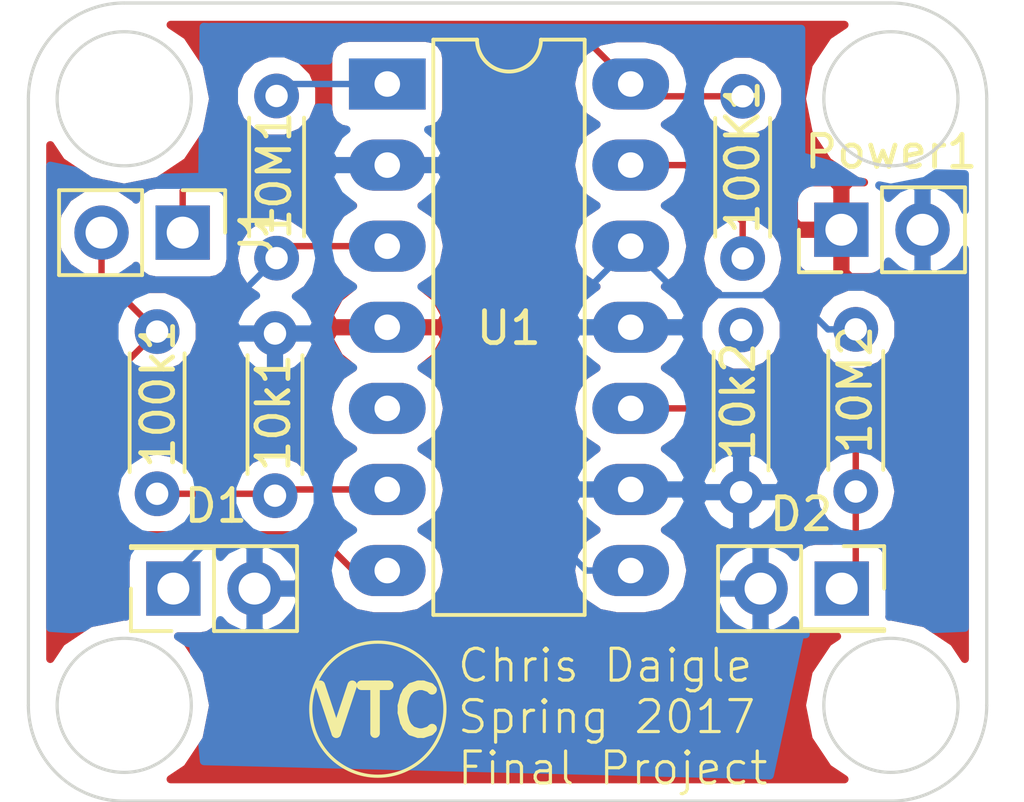
<source format=kicad_pcb>
(kicad_pcb (version 4) (host pcbnew 4.0.6)

  (general
    (links 24)
    (no_connects 2)
    (area 0 0 0 0)
    (thickness 1.6)
    (drawings 27)
    (tracks 44)
    (zones 0)
    (modules 11)
    (nets 11)
  )

  (page A4)
  (layers
    (0 F.Cu signal)
    (31 B.Cu signal)
    (32 B.Adhes user)
    (33 F.Adhes user)
    (34 B.Paste user)
    (35 F.Paste user)
    (36 B.SilkS user)
    (37 F.SilkS user)
    (38 B.Mask user)
    (39 F.Mask user)
    (40 Dwgs.User user)
    (41 Cmts.User user)
    (42 Eco1.User user)
    (43 Eco2.User user)
    (44 Edge.Cuts user)
    (45 Margin user)
    (46 B.CrtYd user)
    (47 F.CrtYd user)
    (48 B.Fab user)
    (49 F.Fab user)
  )

  (setup
    (last_trace_width 0.2)
    (trace_clearance 0.006)
    (zone_clearance 0.508)
    (zone_45_only no)
    (trace_min 0.2)
    (segment_width 0.2)
    (edge_width 0.15)
    (via_size 0.027)
    (via_drill 0.013)
    (via_min_size 0.027)
    (via_min_drill 0.013)
    (uvia_size 0.03)
    (uvia_drill 0.02)
    (uvias_allowed no)
    (uvia_min_size 0.03)
    (uvia_min_drill 0.02)
    (pcb_text_width 0.3)
    (pcb_text_size 1.5 1.5)
    (mod_edge_width 0.15)
    (mod_text_size 1 1)
    (mod_text_width 0.15)
    (pad_size 1.524 1.524)
    (pad_drill 0.762)
    (pad_to_mask_clearance 0.2)
    (aux_axis_origin 0 0)
    (visible_elements FFFEFF7F)
    (pcbplotparams
      (layerselection 0x00030_80000001)
      (usegerberextensions false)
      (excludeedgelayer true)
      (linewidth 0.100000)
      (plotframeref false)
      (viasonmask false)
      (mode 1)
      (useauxorigin false)
      (hpglpennumber 1)
      (hpglpenspeed 20)
      (hpglpendiameter 15)
      (hpglpenoverlay 2)
      (psnegative false)
      (psa4output false)
      (plotreference true)
      (plotvalue true)
      (plotinvisibletext false)
      (padsonsilk false)
      (subtractmaskfromsilk false)
      (outputformat 1)
      (mirror false)
      (drillshape 1)
      (scaleselection 1)
      (outputdirectory ""))
  )

  (net 0 "")
  (net 1 "Net-(100k1-Pad2)")
  (net 2 GND)
  (net 3 "Net-(100K1-Pad2)")
  (net 4 "Net-(10M1-Pad1)")
  (net 5 "Net-(10M1-Pad2)")
  (net 6 "Net-(10M2-Pad1)")
  (net 7 "Net-(10M2-Pad2)")
  (net 8 "Net-(100k1-Pad1)")
  (net 9 "Net-(100K1-Pad1)")
  (net 10 +5V)

  (net_class Default "This is the default net class."
    (clearance 0.006)
    (trace_width 0.2)
    (via_dia 0.027)
    (via_drill 0.013)
    (uvia_dia 0.03)
    (uvia_drill 0.02)
    (add_net +5V)
    (add_net GND)
    (add_net "Net-(100K1-Pad1)")
    (add_net "Net-(100K1-Pad2)")
    (add_net "Net-(100k1-Pad1)")
    (add_net "Net-(100k1-Pad2)")
    (add_net "Net-(10M1-Pad1)")
    (add_net "Net-(10M1-Pad2)")
    (add_net "Net-(10M2-Pad1)")
    (add_net "Net-(10M2-Pad2)")
  )

  (module Socket_Strips:Socket_Strip_Straight_1x02_Pitch2.54mm (layer F.Cu) (tedit 58CD5446) (tstamp 58F560BB)
    (at 143.4 101.17 270)
    (descr "Through hole straight socket strip, 1x02, 2.54mm pitch, single row")
    (tags "Through hole socket strip THT 1x02 2.54mm single row")
    (path /58F50A2A)
    (fp_text reference J1 (at 0 -2.33 270) (layer F.SilkS)
      (effects (font (size 1 1) (thickness 0.15)))
    )
    (fp_text value Output (at 0 4.87 270) (layer F.Fab)
      (effects (font (size 1 1) (thickness 0.15)))
    )
    (fp_line (start -1.27 -1.27) (end -1.27 3.81) (layer F.Fab) (width 0.1))
    (fp_line (start -1.27 3.81) (end 1.27 3.81) (layer F.Fab) (width 0.1))
    (fp_line (start 1.27 3.81) (end 1.27 -1.27) (layer F.Fab) (width 0.1))
    (fp_line (start 1.27 -1.27) (end -1.27 -1.27) (layer F.Fab) (width 0.1))
    (fp_line (start -1.33 1.27) (end -1.33 3.87) (layer F.SilkS) (width 0.12))
    (fp_line (start -1.33 3.87) (end 1.33 3.87) (layer F.SilkS) (width 0.12))
    (fp_line (start 1.33 3.87) (end 1.33 1.27) (layer F.SilkS) (width 0.12))
    (fp_line (start 1.33 1.27) (end -1.33 1.27) (layer F.SilkS) (width 0.12))
    (fp_line (start -1.33 0) (end -1.33 -1.33) (layer F.SilkS) (width 0.12))
    (fp_line (start -1.33 -1.33) (end 0 -1.33) (layer F.SilkS) (width 0.12))
    (fp_line (start -1.8 -1.8) (end -1.8 4.35) (layer F.CrtYd) (width 0.05))
    (fp_line (start -1.8 4.35) (end 1.8 4.35) (layer F.CrtYd) (width 0.05))
    (fp_line (start 1.8 4.35) (end 1.8 -1.8) (layer F.CrtYd) (width 0.05))
    (fp_line (start 1.8 -1.8) (end -1.8 -1.8) (layer F.CrtYd) (width 0.05))
    (fp_text user %R (at 0 -2.33 270) (layer F.Fab)
      (effects (font (size 1 1) (thickness 0.15)))
    )
    (pad 1 thru_hole rect (at 0 0 270) (size 1.7 1.7) (drill 1) (layers *.Cu *.Mask)
      (net 9 "Net-(100K1-Pad1)"))
    (pad 2 thru_hole oval (at 0 2.54 270) (size 1.7 1.7) (drill 1) (layers *.Cu *.Mask)
      (net 8 "Net-(100k1-Pad1)"))
    (model ${KISYS3DMOD}/Socket_Strips.3dshapes/Socket_Strip_Straight_1x02_Pitch2.54mm.wrl
      (at (xyz 0 -0.05 0))
      (scale (xyz 1 1 1))
      (rotate (xyz 0 0 270))
    )
  )

  (module Resistors_THT:R_Axial_DIN0204_L3.6mm_D1.6mm_P5.08mm_Horizontal (layer F.Cu) (tedit 58F564D2) (tstamp 58F5608B)
    (at 146.29 109.41 90)
    (descr "Resistor, Axial_DIN0204 series, Axial, Horizontal, pin pitch=5.08mm, 0.16666666666666666W = 1/6W, length*diameter=3.6*1.6mm^2, http://cdn-reichelt.de/documents/datenblatt/B400/1_4W%23YAG.pdf")
    (tags "Resistor Axial_DIN0204 series Axial Horizontal pin pitch 5.08mm 0.16666666666666666W = 1/6W length 3.6mm diameter 1.6mm")
    (path /58F544F4)
    (fp_text reference 10k1 (at 2.6 -0.05 90) (layer F.SilkS)
      (effects (font (size 1 1) (thickness 0.15)))
    )
    (fp_text value R (at 2.54 1.86 90) (layer F.Fab)
      (effects (font (size 1 1) (thickness 0.15)))
    )
    (fp_line (start 0.74 -0.8) (end 0.74 0.8) (layer F.Fab) (width 0.1))
    (fp_line (start 0.74 0.8) (end 4.34 0.8) (layer F.Fab) (width 0.1))
    (fp_line (start 4.34 0.8) (end 4.34 -0.8) (layer F.Fab) (width 0.1))
    (fp_line (start 4.34 -0.8) (end 0.74 -0.8) (layer F.Fab) (width 0.1))
    (fp_line (start 0 0) (end 0.74 0) (layer F.Fab) (width 0.1))
    (fp_line (start 5.08 0) (end 4.34 0) (layer F.Fab) (width 0.1))
    (fp_line (start 0.68 -0.86) (end 4.4 -0.86) (layer F.SilkS) (width 0.12))
    (fp_line (start 0.68 0.86) (end 4.4 0.86) (layer F.SilkS) (width 0.12))
    (fp_line (start -0.95 -1.15) (end -0.95 1.15) (layer F.CrtYd) (width 0.05))
    (fp_line (start -0.95 1.15) (end 6.05 1.15) (layer F.CrtYd) (width 0.05))
    (fp_line (start 6.05 1.15) (end 6.05 -1.15) (layer F.CrtYd) (width 0.05))
    (fp_line (start 6.05 -1.15) (end -0.95 -1.15) (layer F.CrtYd) (width 0.05))
    (pad 1 thru_hole circle (at 0 0 90) (size 1.4 1.4) (drill 0.7) (layers *.Cu *.Mask)
      (net 1 "Net-(100k1-Pad2)"))
    (pad 2 thru_hole oval (at 5.08 0 90) (size 1.4 1.4) (drill 0.7) (layers *.Cu *.Mask)
      (net 2 GND))
    (model Resistors_THT.3dshapes/R_Axial_DIN0204_L3.6mm_D1.6mm_P5.08mm_Horizontal.wrl
      (at (xyz 0 0 0))
      (scale (xyz 0.393701 0.393701 0.393701))
      (rotate (xyz 0 0 0))
    )
  )

  (module Resistors_THT:R_Axial_DIN0204_L3.6mm_D1.6mm_P5.08mm_Horizontal (layer F.Cu) (tedit 58F564E6) (tstamp 58F56091)
    (at 160.88 104.22 270)
    (descr "Resistor, Axial_DIN0204 series, Axial, Horizontal, pin pitch=5.08mm, 0.16666666666666666W = 1/6W, length*diameter=3.6*1.6mm^2, http://cdn-reichelt.de/documents/datenblatt/B400/1_4W%23YAG.pdf")
    (tags "Resistor Axial_DIN0204 series Axial Horizontal pin pitch 5.08mm 0.16666666666666666W = 1/6W length 3.6mm diameter 1.6mm")
    (path /58F54C78)
    (fp_text reference 10k2 (at 2.23 0.09 270) (layer F.SilkS)
      (effects (font (size 1 1) (thickness 0.15)))
    )
    (fp_text value R (at 2.54 1.86 270) (layer F.Fab)
      (effects (font (size 1 1) (thickness 0.15)))
    )
    (fp_line (start 0.74 -0.8) (end 0.74 0.8) (layer F.Fab) (width 0.1))
    (fp_line (start 0.74 0.8) (end 4.34 0.8) (layer F.Fab) (width 0.1))
    (fp_line (start 4.34 0.8) (end 4.34 -0.8) (layer F.Fab) (width 0.1))
    (fp_line (start 4.34 -0.8) (end 0.74 -0.8) (layer F.Fab) (width 0.1))
    (fp_line (start 0 0) (end 0.74 0) (layer F.Fab) (width 0.1))
    (fp_line (start 5.08 0) (end 4.34 0) (layer F.Fab) (width 0.1))
    (fp_line (start 0.68 -0.86) (end 4.4 -0.86) (layer F.SilkS) (width 0.12))
    (fp_line (start 0.68 0.86) (end 4.4 0.86) (layer F.SilkS) (width 0.12))
    (fp_line (start -0.95 -1.15) (end -0.95 1.15) (layer F.CrtYd) (width 0.05))
    (fp_line (start -0.95 1.15) (end 6.05 1.15) (layer F.CrtYd) (width 0.05))
    (fp_line (start 6.05 1.15) (end 6.05 -1.15) (layer F.CrtYd) (width 0.05))
    (fp_line (start 6.05 -1.15) (end -0.95 -1.15) (layer F.CrtYd) (width 0.05))
    (pad 1 thru_hole circle (at 0 0 270) (size 1.4 1.4) (drill 0.7) (layers *.Cu *.Mask)
      (net 3 "Net-(100K1-Pad2)"))
    (pad 2 thru_hole oval (at 5.08 0 270) (size 1.4 1.4) (drill 0.7) (layers *.Cu *.Mask)
      (net 2 GND))
    (model Resistors_THT.3dshapes/R_Axial_DIN0204_L3.6mm_D1.6mm_P5.08mm_Horizontal.wrl
      (at (xyz 0 0 0))
      (scale (xyz 0.393701 0.393701 0.393701))
      (rotate (xyz 0 0 0))
    )
  )

  (module Resistors_THT:R_Axial_DIN0204_L3.6mm_D1.6mm_P5.08mm_Horizontal (layer F.Cu) (tedit 58F564CB) (tstamp 58F56097)
    (at 146.34 96.89 270)
    (descr "Resistor, Axial_DIN0204 series, Axial, Horizontal, pin pitch=5.08mm, 0.16666666666666666W = 1/6W, length*diameter=3.6*1.6mm^2, http://cdn-reichelt.de/documents/datenblatt/B400/1_4W%23YAG.pdf")
    (tags "Resistor Axial_DIN0204 series Axial Horizontal pin pitch 5.08mm 0.16666666666666666W = 1/6W length 3.6mm diameter 1.6mm")
    (path /58F506D4)
    (fp_text reference 10M1 (at 2.49 0.07 270) (layer F.SilkS)
      (effects (font (size 1 1) (thickness 0.15)))
    )
    (fp_text value R (at 2.54 1.86 270) (layer F.Fab)
      (effects (font (size 1 1) (thickness 0.15)))
    )
    (fp_line (start 0.74 -0.8) (end 0.74 0.8) (layer F.Fab) (width 0.1))
    (fp_line (start 0.74 0.8) (end 4.34 0.8) (layer F.Fab) (width 0.1))
    (fp_line (start 4.34 0.8) (end 4.34 -0.8) (layer F.Fab) (width 0.1))
    (fp_line (start 4.34 -0.8) (end 0.74 -0.8) (layer F.Fab) (width 0.1))
    (fp_line (start 0 0) (end 0.74 0) (layer F.Fab) (width 0.1))
    (fp_line (start 5.08 0) (end 4.34 0) (layer F.Fab) (width 0.1))
    (fp_line (start 0.68 -0.86) (end 4.4 -0.86) (layer F.SilkS) (width 0.12))
    (fp_line (start 0.68 0.86) (end 4.4 0.86) (layer F.SilkS) (width 0.12))
    (fp_line (start -0.95 -1.15) (end -0.95 1.15) (layer F.CrtYd) (width 0.05))
    (fp_line (start -0.95 1.15) (end 6.05 1.15) (layer F.CrtYd) (width 0.05))
    (fp_line (start 6.05 1.15) (end 6.05 -1.15) (layer F.CrtYd) (width 0.05))
    (fp_line (start 6.05 -1.15) (end -0.95 -1.15) (layer F.CrtYd) (width 0.05))
    (pad 1 thru_hole circle (at 0 0 270) (size 1.4 1.4) (drill 0.7) (layers *.Cu *.Mask)
      (net 4 "Net-(10M1-Pad1)"))
    (pad 2 thru_hole oval (at 5.08 0 270) (size 1.4 1.4) (drill 0.7) (layers *.Cu *.Mask)
      (net 5 "Net-(10M1-Pad2)"))
    (model Resistors_THT.3dshapes/R_Axial_DIN0204_L3.6mm_D1.6mm_P5.08mm_Horizontal.wrl
      (at (xyz 0 0 0))
      (scale (xyz 0.393701 0.393701 0.393701))
      (rotate (xyz 0 0 0))
    )
  )

  (module Resistors_THT:R_Axial_DIN0204_L3.6mm_D1.6mm_P5.08mm_Horizontal (layer F.Cu) (tedit 58F564E1) (tstamp 58F5609D)
    (at 164.47 104.2 270)
    (descr "Resistor, Axial_DIN0204 series, Axial, Horizontal, pin pitch=5.08mm, 0.16666666666666666W = 1/6W, length*diameter=3.6*1.6mm^2, http://cdn-reichelt.de/documents/datenblatt/B400/1_4W%23YAG.pdf")
    (tags "Resistor Axial_DIN0204 series Axial Horizontal pin pitch 5.08mm 0.16666666666666666W = 1/6W length 3.6mm diameter 1.6mm")
    (path /58F514BF)
    (fp_text reference 10M2 (at 1.89 0.02 270) (layer F.SilkS)
      (effects (font (size 1 1) (thickness 0.15)))
    )
    (fp_text value R (at 2.54 1.86 270) (layer F.Fab)
      (effects (font (size 1 1) (thickness 0.15)))
    )
    (fp_line (start 0.74 -0.8) (end 0.74 0.8) (layer F.Fab) (width 0.1))
    (fp_line (start 0.74 0.8) (end 4.34 0.8) (layer F.Fab) (width 0.1))
    (fp_line (start 4.34 0.8) (end 4.34 -0.8) (layer F.Fab) (width 0.1))
    (fp_line (start 4.34 -0.8) (end 0.74 -0.8) (layer F.Fab) (width 0.1))
    (fp_line (start 0 0) (end 0.74 0) (layer F.Fab) (width 0.1))
    (fp_line (start 5.08 0) (end 4.34 0) (layer F.Fab) (width 0.1))
    (fp_line (start 0.68 -0.86) (end 4.4 -0.86) (layer F.SilkS) (width 0.12))
    (fp_line (start 0.68 0.86) (end 4.4 0.86) (layer F.SilkS) (width 0.12))
    (fp_line (start -0.95 -1.15) (end -0.95 1.15) (layer F.CrtYd) (width 0.05))
    (fp_line (start -0.95 1.15) (end 6.05 1.15) (layer F.CrtYd) (width 0.05))
    (fp_line (start 6.05 1.15) (end 6.05 -1.15) (layer F.CrtYd) (width 0.05))
    (fp_line (start 6.05 -1.15) (end -0.95 -1.15) (layer F.CrtYd) (width 0.05))
    (pad 1 thru_hole circle (at 0 0 270) (size 1.4 1.4) (drill 0.7) (layers *.Cu *.Mask)
      (net 6 "Net-(10M2-Pad1)"))
    (pad 2 thru_hole oval (at 5.08 0 270) (size 1.4 1.4) (drill 0.7) (layers *.Cu *.Mask)
      (net 7 "Net-(10M2-Pad2)"))
    (model Resistors_THT.3dshapes/R_Axial_DIN0204_L3.6mm_D1.6mm_P5.08mm_Horizontal.wrl
      (at (xyz 0 0 0))
      (scale (xyz 0.393701 0.393701 0.393701))
      (rotate (xyz 0 0 0))
    )
  )

  (module Resistors_THT:R_Axial_DIN0204_L3.6mm_D1.6mm_P5.08mm_Horizontal (layer F.Cu) (tedit 58F564D6) (tstamp 58F560A3)
    (at 142.6 104.27 270)
    (descr "Resistor, Axial_DIN0204 series, Axial, Horizontal, pin pitch=5.08mm, 0.16666666666666666W = 1/6W, length*diameter=3.6*1.6mm^2, http://cdn-reichelt.de/documents/datenblatt/B400/1_4W%23YAG.pdf")
    (tags "Resistor Axial_DIN0204 series Axial Horizontal pin pitch 5.08mm 0.16666666666666666W = 1/6W length 3.6mm diameter 1.6mm")
    (path /58F5406B)
    (fp_text reference 100k1 (at 1.96 -0.03 270) (layer F.SilkS)
      (effects (font (size 1 1) (thickness 0.15)))
    )
    (fp_text value R (at 2.54 1.86 270) (layer F.Fab)
      (effects (font (size 1 1) (thickness 0.15)))
    )
    (fp_line (start 0.74 -0.8) (end 0.74 0.8) (layer F.Fab) (width 0.1))
    (fp_line (start 0.74 0.8) (end 4.34 0.8) (layer F.Fab) (width 0.1))
    (fp_line (start 4.34 0.8) (end 4.34 -0.8) (layer F.Fab) (width 0.1))
    (fp_line (start 4.34 -0.8) (end 0.74 -0.8) (layer F.Fab) (width 0.1))
    (fp_line (start 0 0) (end 0.74 0) (layer F.Fab) (width 0.1))
    (fp_line (start 5.08 0) (end 4.34 0) (layer F.Fab) (width 0.1))
    (fp_line (start 0.68 -0.86) (end 4.4 -0.86) (layer F.SilkS) (width 0.12))
    (fp_line (start 0.68 0.86) (end 4.4 0.86) (layer F.SilkS) (width 0.12))
    (fp_line (start -0.95 -1.15) (end -0.95 1.15) (layer F.CrtYd) (width 0.05))
    (fp_line (start -0.95 1.15) (end 6.05 1.15) (layer F.CrtYd) (width 0.05))
    (fp_line (start 6.05 1.15) (end 6.05 -1.15) (layer F.CrtYd) (width 0.05))
    (fp_line (start 6.05 -1.15) (end -0.95 -1.15) (layer F.CrtYd) (width 0.05))
    (pad 1 thru_hole circle (at 0 0 270) (size 1.4 1.4) (drill 0.7) (layers *.Cu *.Mask)
      (net 8 "Net-(100k1-Pad1)"))
    (pad 2 thru_hole oval (at 5.08 0 270) (size 1.4 1.4) (drill 0.7) (layers *.Cu *.Mask)
      (net 1 "Net-(100k1-Pad2)"))
    (model Resistors_THT.3dshapes/R_Axial_DIN0204_L3.6mm_D1.6mm_P5.08mm_Horizontal.wrl
      (at (xyz 0 0 0))
      (scale (xyz 0.393701 0.393701 0.393701))
      (rotate (xyz 0 0 0))
    )
  )

  (module Resistors_THT:R_Axial_DIN0204_L3.6mm_D1.6mm_P5.08mm_Horizontal (layer F.Cu) (tedit 58F564EB) (tstamp 58F560A9)
    (at 160.93 96.9 270)
    (descr "Resistor, Axial_DIN0204 series, Axial, Horizontal, pin pitch=5.08mm, 0.16666666666666666W = 1/6W, length*diameter=3.6*1.6mm^2, http://cdn-reichelt.de/documents/datenblatt/B400/1_4W%23YAG.pdf")
    (tags "Resistor Axial_DIN0204 series Axial Horizontal pin pitch 5.08mm 0.16666666666666666W = 1/6W length 3.6mm diameter 1.6mm")
    (path /58F55F4F)
    (fp_text reference 100K1 (at 1.9 0 270) (layer F.SilkS)
      (effects (font (size 1 1) (thickness 0.15)))
    )
    (fp_text value R (at 2.54 1.86 270) (layer F.Fab)
      (effects (font (size 1 1) (thickness 0.15)))
    )
    (fp_line (start 0.74 -0.8) (end 0.74 0.8) (layer F.Fab) (width 0.1))
    (fp_line (start 0.74 0.8) (end 4.34 0.8) (layer F.Fab) (width 0.1))
    (fp_line (start 4.34 0.8) (end 4.34 -0.8) (layer F.Fab) (width 0.1))
    (fp_line (start 4.34 -0.8) (end 0.74 -0.8) (layer F.Fab) (width 0.1))
    (fp_line (start 0 0) (end 0.74 0) (layer F.Fab) (width 0.1))
    (fp_line (start 5.08 0) (end 4.34 0) (layer F.Fab) (width 0.1))
    (fp_line (start 0.68 -0.86) (end 4.4 -0.86) (layer F.SilkS) (width 0.12))
    (fp_line (start 0.68 0.86) (end 4.4 0.86) (layer F.SilkS) (width 0.12))
    (fp_line (start -0.95 -1.15) (end -0.95 1.15) (layer F.CrtYd) (width 0.05))
    (fp_line (start -0.95 1.15) (end 6.05 1.15) (layer F.CrtYd) (width 0.05))
    (fp_line (start 6.05 1.15) (end 6.05 -1.15) (layer F.CrtYd) (width 0.05))
    (fp_line (start 6.05 -1.15) (end -0.95 -1.15) (layer F.CrtYd) (width 0.05))
    (pad 1 thru_hole circle (at 0 0 270) (size 1.4 1.4) (drill 0.7) (layers *.Cu *.Mask)
      (net 9 "Net-(100K1-Pad1)"))
    (pad 2 thru_hole oval (at 5.08 0 270) (size 1.4 1.4) (drill 0.7) (layers *.Cu *.Mask)
      (net 3 "Net-(100K1-Pad2)"))
    (model Resistors_THT.3dshapes/R_Axial_DIN0204_L3.6mm_D1.6mm_P5.08mm_Horizontal.wrl
      (at (xyz 0 0 0))
      (scale (xyz 0.393701 0.393701 0.393701))
      (rotate (xyz 0 0 0))
    )
  )

  (module Socket_Strips:Socket_Strip_Straight_2x01_Pitch2.54mm (layer F.Cu) (tedit 58F564F6) (tstamp 58F560AF)
    (at 143.11 112.32 180)
    (descr "Through hole straight socket strip, 2x01, 2.54mm pitch, double rows")
    (tags "Through hole socket strip THT 2x01 2.54mm double row")
    (path /58F50408)
    (fp_text reference D1 (at -1.33 2.59 180) (layer F.SilkS)
      (effects (font (size 1 1) (thickness 0.15)))
    )
    (fp_text value D_Photo (at -1.27 2.33 180) (layer F.Fab)
      (effects (font (size 1 1) (thickness 0.15)))
    )
    (fp_line (start -3.81 -1.27) (end -3.81 1.27) (layer F.Fab) (width 0.1))
    (fp_line (start -3.81 1.27) (end 1.27 1.27) (layer F.Fab) (width 0.1))
    (fp_line (start 1.27 1.27) (end 1.27 -1.27) (layer F.Fab) (width 0.1))
    (fp_line (start 1.27 -1.27) (end -3.81 -1.27) (layer F.Fab) (width 0.1))
    (fp_line (start 1.33 1.27) (end 1.33 1.33) (layer F.SilkS) (width 0.12))
    (fp_line (start 1.33 1.33) (end -3.87 1.33) (layer F.SilkS) (width 0.12))
    (fp_line (start -3.87 1.33) (end -3.87 -1.33) (layer F.SilkS) (width 0.12))
    (fp_line (start -3.87 -1.33) (end -1.27 -1.33) (layer F.SilkS) (width 0.12))
    (fp_line (start -1.27 -1.33) (end -1.27 1.27) (layer F.SilkS) (width 0.12))
    (fp_line (start -1.27 1.27) (end 1.33 1.27) (layer F.SilkS) (width 0.12))
    (fp_line (start 1.33 0) (end 1.33 -1.33) (layer F.SilkS) (width 0.12))
    (fp_line (start 1.33 -1.33) (end 0.06 -1.33) (layer F.SilkS) (width 0.12))
    (fp_line (start -4.35 -1.8) (end -4.35 1.8) (layer F.CrtYd) (width 0.05))
    (fp_line (start -4.35 1.8) (end 1.8 1.8) (layer F.CrtYd) (width 0.05))
    (fp_line (start 1.8 1.8) (end 1.8 -1.8) (layer F.CrtYd) (width 0.05))
    (fp_line (start 1.8 -1.8) (end -4.35 -1.8) (layer F.CrtYd) (width 0.05))
    (fp_text user %R (at -1.27 -2.33 180) (layer F.Fab)
      (effects (font (size 1 1) (thickness 0.15)))
    )
    (pad 1 thru_hole rect (at 0 0 180) (size 1.7 1.7) (drill 1) (layers *.Cu *.Mask)
      (net 5 "Net-(10M1-Pad2)"))
    (pad 2 thru_hole oval (at -2.54 0 180) (size 1.7 1.7) (drill 1) (layers *.Cu *.Mask)
      (net 2 GND))
    (model ${KISYS3DMOD}/Socket_Strips.3dshapes/Socket_Strip_Straight_2x01_Pitch2.54mm.wrl
      (at (xyz -0.05 0 0))
      (scale (xyz 1 1 1))
      (rotate (xyz 0 0 270))
    )
  )

  (module Socket_Strips:Socket_Strip_Straight_2x01_Pitch2.54mm (layer F.Cu) (tedit 58CD5448) (tstamp 58F560B5)
    (at 164.03 112.32)
    (descr "Through hole straight socket strip, 2x01, 2.54mm pitch, double rows")
    (tags "Through hole socket strip THT 2x01 2.54mm double row")
    (path /58F51486)
    (fp_text reference D2 (at -1.27 -2.33) (layer F.SilkS)
      (effects (font (size 1 1) (thickness 0.15)))
    )
    (fp_text value D_Photo (at -1.27 2.33) (layer F.Fab)
      (effects (font (size 1 1) (thickness 0.15)))
    )
    (fp_line (start -3.81 -1.27) (end -3.81 1.27) (layer F.Fab) (width 0.1))
    (fp_line (start -3.81 1.27) (end 1.27 1.27) (layer F.Fab) (width 0.1))
    (fp_line (start 1.27 1.27) (end 1.27 -1.27) (layer F.Fab) (width 0.1))
    (fp_line (start 1.27 -1.27) (end -3.81 -1.27) (layer F.Fab) (width 0.1))
    (fp_line (start 1.33 1.27) (end 1.33 1.33) (layer F.SilkS) (width 0.12))
    (fp_line (start 1.33 1.33) (end -3.87 1.33) (layer F.SilkS) (width 0.12))
    (fp_line (start -3.87 1.33) (end -3.87 -1.33) (layer F.SilkS) (width 0.12))
    (fp_line (start -3.87 -1.33) (end -1.27 -1.33) (layer F.SilkS) (width 0.12))
    (fp_line (start -1.27 -1.33) (end -1.27 1.27) (layer F.SilkS) (width 0.12))
    (fp_line (start -1.27 1.27) (end 1.33 1.27) (layer F.SilkS) (width 0.12))
    (fp_line (start 1.33 0) (end 1.33 -1.33) (layer F.SilkS) (width 0.12))
    (fp_line (start 1.33 -1.33) (end 0.06 -1.33) (layer F.SilkS) (width 0.12))
    (fp_line (start -4.35 -1.8) (end -4.35 1.8) (layer F.CrtYd) (width 0.05))
    (fp_line (start -4.35 1.8) (end 1.8 1.8) (layer F.CrtYd) (width 0.05))
    (fp_line (start 1.8 1.8) (end 1.8 -1.8) (layer F.CrtYd) (width 0.05))
    (fp_line (start 1.8 -1.8) (end -4.35 -1.8) (layer F.CrtYd) (width 0.05))
    (fp_text user %R (at -1.27 -2.33) (layer F.Fab)
      (effects (font (size 1 1) (thickness 0.15)))
    )
    (pad 1 thru_hole rect (at 0 0) (size 1.7 1.7) (drill 1) (layers *.Cu *.Mask)
      (net 7 "Net-(10M2-Pad2)"))
    (pad 2 thru_hole oval (at -2.54 0) (size 1.7 1.7) (drill 1) (layers *.Cu *.Mask)
      (net 2 GND))
    (model ${KISYS3DMOD}/Socket_Strips.3dshapes/Socket_Strip_Straight_2x01_Pitch2.54mm.wrl
      (at (xyz -0.05 0 0))
      (scale (xyz 1 1 1))
      (rotate (xyz 0 0 270))
    )
  )

  (module Housings_DIP:DIP-14_W7.62mm_LongPads (layer F.Cu) (tedit 58F56500) (tstamp 58F560D3)
    (at 149.805001 96.515)
    (descr "14-lead dip package, row spacing 7.62 mm (300 mils), LongPads")
    (tags "DIL DIP PDIP 2.54mm 7.62mm 300mil LongPads")
    (path /58F5016C)
    (fp_text reference U1 (at 3.804999 7.645) (layer F.SilkS)
      (effects (font (size 1 1) (thickness 0.15)))
    )
    (fp_text value LM324N (at 3.81 17.63) (layer F.Fab)
      (effects (font (size 1 1) (thickness 0.15)))
    )
    (fp_text user %R (at 3.81 7.62) (layer F.Fab)
      (effects (font (size 1 1) (thickness 0.15)))
    )
    (fp_line (start 1.635 -1.27) (end 6.985 -1.27) (layer F.Fab) (width 0.1))
    (fp_line (start 6.985 -1.27) (end 6.985 16.51) (layer F.Fab) (width 0.1))
    (fp_line (start 6.985 16.51) (end 0.635 16.51) (layer F.Fab) (width 0.1))
    (fp_line (start 0.635 16.51) (end 0.635 -0.27) (layer F.Fab) (width 0.1))
    (fp_line (start 0.635 -0.27) (end 1.635 -1.27) (layer F.Fab) (width 0.1))
    (fp_line (start 2.81 -1.39) (end 1.44 -1.39) (layer F.SilkS) (width 0.12))
    (fp_line (start 1.44 -1.39) (end 1.44 16.63) (layer F.SilkS) (width 0.12))
    (fp_line (start 1.44 16.63) (end 6.18 16.63) (layer F.SilkS) (width 0.12))
    (fp_line (start 6.18 16.63) (end 6.18 -1.39) (layer F.SilkS) (width 0.12))
    (fp_line (start 6.18 -1.39) (end 4.81 -1.39) (layer F.SilkS) (width 0.12))
    (fp_line (start -1.5 -1.6) (end -1.5 16.8) (layer F.CrtYd) (width 0.05))
    (fp_line (start -1.5 16.8) (end 9.1 16.8) (layer F.CrtYd) (width 0.05))
    (fp_line (start 9.1 16.8) (end 9.1 -1.6) (layer F.CrtYd) (width 0.05))
    (fp_line (start 9.1 -1.6) (end -1.5 -1.6) (layer F.CrtYd) (width 0.05))
    (fp_arc (start 3.81 -1.39) (end 2.81 -1.39) (angle -180) (layer F.SilkS) (width 0.12))
    (pad 1 thru_hole rect (at 0 0) (size 2.4 1.6) (drill 0.8) (layers *.Cu *.Mask)
      (net 4 "Net-(10M1-Pad1)"))
    (pad 8 thru_hole oval (at 7.62 15.24) (size 2.4 1.6) (drill 0.8) (layers *.Cu *.Mask)
      (net 6 "Net-(10M2-Pad1)"))
    (pad 2 thru_hole oval (at 0 2.54) (size 2.4 1.6) (drill 0.8) (layers *.Cu *.Mask)
      (net 2 GND))
    (pad 9 thru_hole oval (at 7.62 12.7) (size 2.4 1.6) (drill 0.8) (layers *.Cu *.Mask)
      (net 2 GND))
    (pad 3 thru_hole oval (at 0 5.08) (size 2.4 1.6) (drill 0.8) (layers *.Cu *.Mask)
      (net 5 "Net-(10M1-Pad2)"))
    (pad 10 thru_hole oval (at 7.62 10.16) (size 2.4 1.6) (drill 0.8) (layers *.Cu *.Mask)
      (net 7 "Net-(10M2-Pad2)"))
    (pad 4 thru_hole oval (at 0 7.62) (size 2.4 1.6) (drill 0.8) (layers *.Cu *.Mask)
      (net 10 +5V))
    (pad 11 thru_hole oval (at 7.62 7.62) (size 2.4 1.6) (drill 0.8) (layers *.Cu *.Mask)
      (net 2 GND))
    (pad 5 thru_hole oval (at 0 10.16) (size 2.4 1.6) (drill 0.8) (layers *.Cu *.Mask)
      (net 4 "Net-(10M1-Pad1)"))
    (pad 12 thru_hole oval (at 7.62 5.08) (size 2.4 1.6) (drill 0.8) (layers *.Cu *.Mask)
      (net 6 "Net-(10M2-Pad1)"))
    (pad 6 thru_hole oval (at 0 12.7) (size 2.4 1.6) (drill 0.8) (layers *.Cu *.Mask)
      (net 1 "Net-(100k1-Pad2)"))
    (pad 13 thru_hole oval (at 7.62 2.54) (size 2.4 1.6) (drill 0.8) (layers *.Cu *.Mask)
      (net 3 "Net-(100K1-Pad2)"))
    (pad 7 thru_hole oval (at 0 15.24) (size 2.4 1.6) (drill 0.8) (layers *.Cu *.Mask)
      (net 8 "Net-(100k1-Pad1)"))
    (pad 14 thru_hole oval (at 7.62 0) (size 2.4 1.6) (drill 0.8) (layers *.Cu *.Mask)
      (net 9 "Net-(100K1-Pad1)"))
    (model Housings_DIP.3dshapes/DIP-14_W7.62mm_LongPads.wrl
      (at (xyz 0 0 0))
      (scale (xyz 1 1 1))
      (rotate (xyz 0 0 0))
    )
  )

  (module Socket_Strips:Socket_Strip_Straight_1x02_Pitch2.54mm (layer F.Cu) (tedit 58F564BE) (tstamp 58F560C1)
    (at 164.02 101.08 90)
    (descr "Through hole straight socket strip, 1x02, 2.54mm pitch, single row")
    (tags "Through hole socket strip THT 1x02 2.54mm single row")
    (path /58F51DE8)
    (fp_text reference Power1 (at 2.44 1.56 180) (layer F.SilkS)
      (effects (font (size 1 1) (thickness 0.15)))
    )
    (fp_text value CONN_01X02_MALE (at 0 4.87 90) (layer F.Fab)
      (effects (font (size 1 1) (thickness 0.15)))
    )
    (fp_line (start -1.27 -1.27) (end -1.27 3.81) (layer F.Fab) (width 0.1))
    (fp_line (start -1.27 3.81) (end 1.27 3.81) (layer F.Fab) (width 0.1))
    (fp_line (start 1.27 3.81) (end 1.27 -1.27) (layer F.Fab) (width 0.1))
    (fp_line (start 1.27 -1.27) (end -1.27 -1.27) (layer F.Fab) (width 0.1))
    (fp_line (start -1.33 1.27) (end -1.33 3.87) (layer F.SilkS) (width 0.12))
    (fp_line (start -1.33 3.87) (end 1.33 3.87) (layer F.SilkS) (width 0.12))
    (fp_line (start 1.33 3.87) (end 1.33 1.27) (layer F.SilkS) (width 0.12))
    (fp_line (start 1.33 1.27) (end -1.33 1.27) (layer F.SilkS) (width 0.12))
    (fp_line (start -1.33 0) (end -1.33 -1.33) (layer F.SilkS) (width 0.12))
    (fp_line (start -1.33 -1.33) (end 0 -1.33) (layer F.SilkS) (width 0.12))
    (fp_line (start -1.8 -1.8) (end -1.8 4.35) (layer F.CrtYd) (width 0.05))
    (fp_line (start -1.8 4.35) (end 1.8 4.35) (layer F.CrtYd) (width 0.05))
    (fp_line (start 1.8 4.35) (end 1.8 -1.8) (layer F.CrtYd) (width 0.05))
    (fp_line (start 1.8 -1.8) (end -1.8 -1.8) (layer F.CrtYd) (width 0.05))
    (fp_text user %R (at 2.44 1.56 180) (layer F.Fab)
      (effects (font (size 1 1) (thickness 0.15)))
    )
    (pad 1 thru_hole rect (at 0 0 90) (size 1.7 1.7) (drill 1) (layers *.Cu *.Mask)
      (net 10 +5V))
    (pad 2 thru_hole oval (at 0 2.54 90) (size 1.7 1.7) (drill 1) (layers *.Cu *.Mask)
      (net 2 GND))
    (model ${KISYS3DMOD}/Socket_Strips.3dshapes/Socket_Strip_Straight_1x02_Pitch2.54mm.wrl
      (at (xyz 0 -0.05 0))
      (scale (xyz 1 1 1))
      (rotate (xyz 0 0 270))
    )
  )

  (gr_text "Chris Daigle\nSpring 2017\nFinal Project" (at 151.94 116.34) (layer F.SilkS)
    (effects (font (size 1 1) (thickness 0.1)) (justify left))
  )
  (gr_text VTC (at 149.53 116.17) (layer F.SilkS)
    (effects (font (size 1.5 1.5) (thickness 0.3)))
  )
  (gr_circle (center 149.51 116.0972) (end 151.61 116.0972) (layer F.SilkS) (width 0.1))
  (gr_circle (center 165.57 115.9772) (end 167.67 115.9772) (layer Edge.Cuts) (width 0.1))
  (gr_circle (center 141.57 115.9772) (end 143.67 115.9772) (layer Edge.Cuts) (width 0.1))
  (gr_circle (center 141.57 96.9772) (end 143.67 96.9772) (layer Edge.Cuts) (width 0.1))
  (gr_circle (center 165.57 96.9772) (end 167.67 96.9772) (layer Edge.Cuts) (width 0.1))
  (gr_arc (start 141.57 115.9772) (end 138.57 115.9772) (angle -90) (layer Edge.Cuts) (width 0.1))
  (gr_arc (start 141.57 96.9772) (end 141.57 93.9772) (angle -90) (layer Edge.Cuts) (width 0.1))
  (gr_arc (start 165.57 115.9772) (end 165.57 118.9772) (angle -90) (layer Edge.Cuts) (width 0.1))
  (gr_arc (start 165.57 96.9772) (end 168.57 96.9772) (angle -90) (layer Edge.Cuts) (width 0.1))
  (gr_line (start 168.57 96.9772) (end 168.57 115.9772) (layer Edge.Cuts) (width 0.1))
  (gr_line (start 138.57 96.9772) (end 138.57 115.9772) (layer Edge.Cuts) (width 0.1))
  (gr_line (start 141.57 118.9772) (end 165.57 118.9772) (layer Edge.Cuts) (width 0.1))
  (gr_line (start 141.57 93.9772) (end 165.57 93.9772) (layer Edge.Cuts) (width 0.1))
  (gr_circle (center 165.57 115.9772) (end 167.67 115.9772) (layer Dwgs.User) (width 0.1))
  (gr_circle (center 141.57 115.9772) (end 143.67 115.9772) (layer Dwgs.User) (width 0.1))
  (gr_circle (center 141.57 96.9772) (end 143.67 96.9772) (layer Dwgs.User) (width 0.1))
  (gr_circle (center 165.57 96.9772) (end 167.67 96.9772) (layer Dwgs.User) (width 0.1))
  (gr_arc (start 141.57 115.9772) (end 138.57 115.9772) (angle -90) (layer Dwgs.User) (width 0.1))
  (gr_arc (start 141.57 96.9772) (end 141.57 93.9772) (angle -90) (layer Dwgs.User) (width 0.1))
  (gr_arc (start 165.57 115.9772) (end 165.57 118.9772) (angle -90) (layer Dwgs.User) (width 0.1))
  (gr_arc (start 165.57 96.9772) (end 168.57 96.9772) (angle -90) (layer Dwgs.User) (width 0.1))
  (gr_line (start 168.57 96.9772) (end 168.57 115.9772) (layer Dwgs.User) (width 0.1))
  (gr_line (start 138.57 96.9772) (end 138.57 115.9772) (layer Dwgs.User) (width 0.1))
  (gr_line (start 141.57 118.9772) (end 165.57 118.9772) (layer Dwgs.User) (width 0.1))
  (gr_line (start 141.57 93.9772) (end 165.57 93.9772) (layer Dwgs.User) (width 0.1))

  (segment (start 142.6 109.35) (end 146.23 109.35) (width 0.2) (layer F.Cu) (net 1))
  (segment (start 146.23 109.35) (end 146.365 109.215) (width 0.2) (layer F.Cu) (net 1) (tstamp 58F56C53))
  (segment (start 146.365 109.215) (end 149.805001 109.215) (width 0.2) (layer F.Cu) (net 1) (tstamp 58F56C55))
  (segment (start 160.93 101.98) (end 160.93 100.83) (width 0.2) (layer F.Cu) (net 3))
  (segment (start 159.155 99.055) (end 157.425001 99.055) (width 0.2) (layer F.Cu) (net 3) (tstamp 58F56CBB))
  (segment (start 160.93 100.83) (end 159.155 99.055) (width 0.2) (layer F.Cu) (net 3) (tstamp 58F56CB9))
  (segment (start 146.34 96.89) (end 146.43 96.89) (width 0.2) (layer B.Cu) (net 4))
  (segment (start 146.43 96.89) (end 146.805 96.515) (width 0.2) (layer B.Cu) (net 4) (tstamp 58F56B83))
  (segment (start 146.805 96.515) (end 149.805001 96.515) (width 0.2) (layer B.Cu) (net 4) (tstamp 58F56B94))
  (segment (start 143.11 112.32) (end 143.11 111.9) (width 0.2) (layer B.Cu) (net 5) (status C00000))
  (segment (start 143.11 111.9) (end 144.28 110.73) (width 0.2) (layer B.Cu) (net 5) (tstamp 58F56D02) (status 400000))
  (segment (start 144.28 110.73) (end 144.28 104.03) (width 0.2) (layer B.Cu) (net 5) (tstamp 58F56D04))
  (segment (start 144.28 104.03) (end 146.34 101.97) (width 0.2) (layer B.Cu) (net 5) (tstamp 58F56D08) (status 800000))
  (segment (start 149.805001 101.595) (end 146.715 101.595) (width 0.2) (layer F.Cu) (net 5))
  (segment (start 146.715 101.595) (end 146.34 101.97) (width 0.2) (layer F.Cu) (net 5) (tstamp 58F56CCC))
  (segment (start 157.425001 111.755) (end 156.035 111.755) (width 0.2) (layer B.Cu) (net 6) (status 400000))
  (segment (start 155.01 104.010001) (end 157.425001 101.595) (width 0.2) (layer B.Cu) (net 6) (tstamp 58F56D29) (status 800000))
  (segment (start 155.01 110.73) (end 155.01 104.010001) (width 0.2) (layer B.Cu) (net 6) (tstamp 58F56D27))
  (segment (start 156.035 111.755) (end 155.01 110.73) (width 0.2) (layer B.Cu) (net 6) (tstamp 58F56D24))
  (segment (start 164.47 104.2) (end 163.6 104.2) (width 0.2) (layer B.Cu) (net 6) (status 400000))
  (segment (start 158.960001 103.13) (end 157.425001 101.595) (width 0.2) (layer B.Cu) (net 6) (tstamp 58F56D1C) (status 800000))
  (segment (start 162.53 103.13) (end 158.960001 103.13) (width 0.2) (layer B.Cu) (net 6) (tstamp 58F56D19))
  (segment (start 163.6 104.2) (end 162.53 103.13) (width 0.2) (layer B.Cu) (net 6) (tstamp 58F56D15))
  (segment (start 164.47 109.28) (end 164.47 107.64) (width 0.2) (layer F.Cu) (net 7))
  (segment (start 163.505 106.675) (end 157.425001 106.675) (width 0.2) (layer F.Cu) (net 7) (tstamp 58F56CB2))
  (segment (start 164.47 107.64) (end 163.505 106.675) (width 0.2) (layer F.Cu) (net 7) (tstamp 58F56CAF))
  (segment (start 164.47 109.28) (end 164.47 111.88) (width 0.2) (layer F.Cu) (net 7))
  (segment (start 164.47 111.88) (end 164.03 112.32) (width 0.2) (layer F.Cu) (net 7) (tstamp 58F56CAA))
  (segment (start 149.805001 111.755) (end 148.745 111.755) (width 0.2) (layer F.Cu) (net 8))
  (segment (start 148.745 111.755) (end 147.61 110.62) (width 0.2) (layer F.Cu) (net 8) (tstamp 58F56C75))
  (segment (start 147.61 110.62) (end 141.37 110.62) (width 0.2) (layer F.Cu) (net 8) (tstamp 58F56C77))
  (segment (start 141.37 110.62) (end 141.18 110.43) (width 0.2) (layer F.Cu) (net 8) (tstamp 58F56C89))
  (segment (start 141.18 110.43) (end 141.18 105.69) (width 0.2) (layer F.Cu) (net 8) (tstamp 58F56C91))
  (segment (start 141.18 105.69) (end 142.6 104.27) (width 0.2) (layer F.Cu) (net 8) (tstamp 58F56C9A))
  (segment (start 140.86 101.17) (end 140.86 102.53) (width 0.2) (layer F.Cu) (net 8))
  (segment (start 140.86 102.53) (end 142.6 104.27) (width 0.2) (layer F.Cu) (net 8) (tstamp 58F56C63))
  (segment (start 143.4 101.17) (end 143.4 99.87) (width 0.2) (layer F.Cu) (net 9) (status 400000))
  (segment (start 155.880001 94.97) (end 157.425001 96.515) (width 0.2) (layer F.Cu) (net 9) (tstamp 58F56CEF) (status 800000))
  (segment (start 145.2 94.97) (end 155.880001 94.97) (width 0.2) (layer F.Cu) (net 9) (tstamp 58F56CEC))
  (segment (start 144.84 95.33) (end 145.2 94.97) (width 0.2) (layer F.Cu) (net 9) (tstamp 58F56CEB))
  (segment (start 144.84 98.43) (end 144.84 95.33) (width 0.2) (layer F.Cu) (net 9) (tstamp 58F56CE8))
  (segment (start 143.4 99.87) (end 144.84 98.43) (width 0.2) (layer F.Cu) (net 9) (tstamp 58F56CE6))
  (segment (start 160.93 96.9) (end 157.810001 96.9) (width 0.2) (layer F.Cu) (net 9))
  (segment (start 157.810001 96.9) (end 157.425001 96.515) (width 0.2) (layer F.Cu) (net 9) (tstamp 58F56CC1))

  (zone (net 2) (net_name GND) (layer B.Cu) (tstamp 58F56BA4) (hatch edge 0.508)
    (connect_pads (clearance 0.508))
    (min_thickness 0.254)
    (fill yes (arc_segments 16) (thermal_gap 0.508) (thermal_bridge_width 0.508))
    (polygon
      (pts
        (xy 144.23 94.6) (xy 162.89 94.66) (xy 162.89 98.68) (xy 164.41 99.12) (xy 168.23 99.22)
        (xy 168.25 113.66) (xy 162.83 113.88) (xy 161.88 118.3) (xy 143.95 117.85) (xy 143.61 114.16)
        (xy 140.93 113.6) (xy 139.92 113.72) (xy 138.97 113.66) (xy 139.09 98.91) (xy 141.21 99.35)
        (xy 143.89 99.3) (xy 143.93 94.59) (xy 144.24 94.61)
      )
    )
    (filled_polygon
      (pts
        (xy 144.231823 94.736737) (xy 144.281775 94.729933) (xy 144.286417 94.727182) (xy 162.763 94.786592) (xy 162.763 98.68)
        (xy 162.773006 98.72941) (xy 162.801447 98.771035) (xy 162.854687 98.801992) (xy 163.789386 99.072563) (xy 164.504227 99.550204)
        (xy 164.666891 99.58256) (xy 163.17 99.58256) (xy 162.934683 99.626838) (xy 162.718559 99.76591) (xy 162.573569 99.97811)
        (xy 162.52256 100.23) (xy 162.52256 101.93) (xy 162.566838 102.165317) (xy 162.70591 102.381441) (xy 162.91811 102.526431)
        (xy 163.17 102.57744) (xy 164.87 102.57744) (xy 165.105317 102.533162) (xy 165.321441 102.39409) (xy 165.466431 102.18189)
        (xy 165.488301 102.073893) (xy 165.793076 102.351645) (xy 166.20311 102.521476) (xy 166.433 102.400155) (xy 166.433 101.207)
        (xy 166.413 101.207) (xy 166.413 100.953) (xy 166.433 100.953) (xy 166.433 99.759845) (xy 166.20311 99.638524)
        (xy 165.793076 99.808355) (xy 165.490063 100.084501) (xy 165.473162 99.994683) (xy 165.33409 99.778559) (xy 165.203433 99.689285)
        (xy 165.57 99.7622) (xy 166.635773 99.550204) (xy 166.988464 99.314543) (xy 167.885 99.338013) (xy 167.885 100.475068)
        (xy 167.755183 100.198642) (xy 167.326924 99.808355) (xy 166.91689 99.638524) (xy 166.687 99.759845) (xy 166.687 100.953)
        (xy 166.707 100.953) (xy 166.707 101.207) (xy 166.687 101.207) (xy 166.687 102.400155) (xy 166.91689 102.521476)
        (xy 167.326924 102.351645) (xy 167.755183 101.961358) (xy 167.885 101.684932) (xy 167.885 113.547711) (xy 166.909799 113.587294)
        (xy 166.635773 113.404196) (xy 165.57 113.1922) (xy 165.520969 113.201953) (xy 165.52744 113.17) (xy 165.52744 111.47)
        (xy 165.483162 111.234683) (xy 165.34409 111.018559) (xy 165.13189 110.873569) (xy 164.88 110.82256) (xy 163.18 110.82256)
        (xy 162.944683 110.866838) (xy 162.728559 111.00591) (xy 162.583569 111.21811) (xy 162.560445 111.332301) (xy 162.371358 111.124817)
        (xy 161.846892 110.878514) (xy 161.617 110.999181) (xy 161.617 112.193) (xy 161.637 112.193) (xy 161.637 112.447)
        (xy 161.617 112.447) (xy 161.617 113.640819) (xy 161.846892 113.761486) (xy 162.371358 113.515183) (xy 162.558808 113.309496)
        (xy 162.576838 113.405317) (xy 162.71591 113.621441) (xy 162.903909 113.749895) (xy 162.824849 113.753104) (xy 162.775886 113.765106)
        (xy 162.735449 113.795212) (xy 162.705836 113.853313) (xy 161.777956 118.170399) (xy 144.066101 117.725874) (xy 144.020123 117.226878)
        (xy 144.143004 117.042973) (xy 144.355 115.9772) (xy 144.143004 114.911427) (xy 143.752993 114.327734) (xy 143.736464 114.148347)
        (xy 143.721967 114.100064) (xy 143.689827 114.061224) (xy 143.635976 114.035685) (xy 143.545174 114.016712) (xy 143.539292 114.007908)
        (xy 143.254236 113.81744) (xy 143.96 113.81744) (xy 144.195317 113.773162) (xy 144.411441 113.63409) (xy 144.556431 113.42189)
        (xy 144.579555 113.307699) (xy 144.768642 113.515183) (xy 145.293108 113.761486) (xy 145.523 113.640819) (xy 145.523 112.447)
        (xy 145.777 112.447) (xy 145.777 113.640819) (xy 146.006892 113.761486) (xy 146.531358 113.515183) (xy 146.921645 113.086924)
        (xy 147.091476 112.67689) (xy 146.970155 112.447) (xy 145.777 112.447) (xy 145.523 112.447) (xy 145.503 112.447)
        (xy 145.503 112.193) (xy 145.523 112.193) (xy 145.523 110.999181) (xy 145.777 110.999181) (xy 145.777 112.193)
        (xy 146.970155 112.193) (xy 147.091476 111.96311) (xy 146.921645 111.553076) (xy 146.531358 111.124817) (xy 146.006892 110.878514)
        (xy 145.777 110.999181) (xy 145.523 110.999181) (xy 145.293108 110.878514) (xy 144.768642 111.124817) (xy 144.581192 111.330504)
        (xy 144.563162 111.234683) (xy 144.42409 111.018559) (xy 144.21189 110.873569) (xy 143.96 110.82256) (xy 142.26 110.82256)
        (xy 142.024683 110.866838) (xy 141.808559 111.00591) (xy 141.663569 111.21811) (xy 141.61256 111.47) (xy 141.61256 113.17)
        (xy 141.618555 113.201858) (xy 141.57 113.1922) (xy 140.504227 113.404196) (xy 140.288528 113.548321) (xy 139.916479 113.592525)
        (xy 139.255 113.550747) (xy 139.255 109.323846) (xy 141.265 109.323846) (xy 141.265 109.376154) (xy 141.366621 109.887036)
        (xy 141.656012 110.320142) (xy 142.089118 110.609533) (xy 142.6 110.711154) (xy 143.110882 110.609533) (xy 143.543988 110.320142)
        (xy 143.833379 109.887036) (xy 143.875678 109.674383) (xy 144.954769 109.674383) (xy 145.157582 110.165229) (xy 145.532796 110.541098)
        (xy 146.023287 110.744768) (xy 146.554383 110.745231) (xy 147.045229 110.542418) (xy 147.421098 110.167204) (xy 147.624768 109.676713)
        (xy 147.625231 109.145617) (xy 147.422418 108.654771) (xy 147.047204 108.278902) (xy 146.556713 108.075232) (xy 146.025617 108.074769)
        (xy 145.534771 108.277582) (xy 145.158902 108.652796) (xy 144.955232 109.143287) (xy 144.954769 109.674383) (xy 143.875678 109.674383)
        (xy 143.935 109.376154) (xy 143.935 109.323846) (xy 143.833379 108.812964) (xy 143.543988 108.379858) (xy 143.110882 108.090467)
        (xy 142.6 107.988846) (xy 142.089118 108.090467) (xy 141.656012 108.379858) (xy 141.366621 108.812964) (xy 141.265 109.323846)
        (xy 139.255 109.323846) (xy 139.255 104.534383) (xy 141.264769 104.534383) (xy 141.467582 105.025229) (xy 141.842796 105.401098)
        (xy 142.333287 105.604768) (xy 142.864383 105.605231) (xy 143.355229 105.402418) (xy 143.731098 105.027204) (xy 143.882191 104.663331)
        (xy 144.997273 104.663331) (xy 145.223236 105.132663) (xy 145.611604 105.479797) (xy 145.956671 105.622716) (xy 146.163 105.499374)
        (xy 146.163 104.457) (xy 146.417 104.457) (xy 146.417 105.499374) (xy 146.623329 105.622716) (xy 146.968396 105.479797)
        (xy 147.356764 105.132663) (xy 147.582727 104.663331) (xy 147.460206 104.457) (xy 146.417 104.457) (xy 146.163 104.457)
        (xy 145.119794 104.457) (xy 144.997273 104.663331) (xy 143.882191 104.663331) (xy 143.934768 104.536713) (xy 143.935231 104.005617)
        (xy 143.931534 103.996669) (xy 144.997273 103.996669) (xy 145.119794 104.203) (xy 146.163 104.203) (xy 146.163 104.183)
        (xy 146.417 104.183) (xy 146.417 104.203) (xy 147.460206 104.203) (xy 147.582727 103.996669) (xy 147.356764 103.527337)
        (xy 146.968396 103.180203) (xy 146.941427 103.169033) (xy 147.283988 102.940142) (xy 147.573379 102.507036) (xy 147.675 101.996154)
        (xy 147.675 101.943846) (xy 147.605611 101.595) (xy 147.934051 101.595) (xy 148.043284 102.144151) (xy 148.354353 102.609698)
        (xy 148.736439 102.865) (xy 148.354353 103.120302) (xy 148.043284 103.585849) (xy 147.934051 104.135) (xy 148.043284 104.684151)
        (xy 148.354353 105.149698) (xy 148.736439 105.405) (xy 148.354353 105.660302) (xy 148.043284 106.125849) (xy 147.934051 106.675)
        (xy 148.043284 107.224151) (xy 148.354353 107.689698) (xy 148.736439 107.945) (xy 148.354353 108.200302) (xy 148.043284 108.665849)
        (xy 147.934051 109.215) (xy 148.043284 109.764151) (xy 148.354353 110.229698) (xy 148.736439 110.485) (xy 148.354353 110.740302)
        (xy 148.043284 111.205849) (xy 147.934051 111.755) (xy 148.043284 112.304151) (xy 148.354353 112.769698) (xy 148.8199 113.080767)
        (xy 149.369051 113.19) (xy 150.240951 113.19) (xy 150.790102 113.080767) (xy 151.255649 112.769698) (xy 151.566718 112.304151)
        (xy 151.675951 111.755) (xy 155.554051 111.755) (xy 155.663284 112.304151) (xy 155.974353 112.769698) (xy 156.4399 113.080767)
        (xy 156.989051 113.19) (xy 157.860951 113.19) (xy 158.410102 113.080767) (xy 158.875649 112.769698) (xy 158.937661 112.67689)
        (xy 160.048524 112.67689) (xy 160.218355 113.086924) (xy 160.608642 113.515183) (xy 161.133108 113.761486) (xy 161.363 113.640819)
        (xy 161.363 112.447) (xy 160.169845 112.447) (xy 160.048524 112.67689) (xy 158.937661 112.67689) (xy 159.186718 112.304151)
        (xy 159.254555 111.96311) (xy 160.048524 111.96311) (xy 160.169845 112.193) (xy 161.363 112.193) (xy 161.363 110.999181)
        (xy 161.133108 110.878514) (xy 160.608642 111.124817) (xy 160.218355 111.553076) (xy 160.048524 111.96311) (xy 159.254555 111.96311)
        (xy 159.295951 111.755) (xy 159.186718 111.205849) (xy 158.875649 110.740302) (xy 158.497294 110.487493) (xy 158.929501 110.139896)
        (xy 159.199368 109.646819) (xy 159.202225 109.633331) (xy 159.587273 109.633331) (xy 159.813236 110.102663) (xy 160.201604 110.449797)
        (xy 160.546671 110.592716) (xy 160.753 110.469374) (xy 160.753 109.427) (xy 161.007 109.427) (xy 161.007 110.469374)
        (xy 161.213329 110.592716) (xy 161.558396 110.449797) (xy 161.946764 110.102663) (xy 162.172727 109.633331) (xy 162.050206 109.427)
        (xy 161.007 109.427) (xy 160.753 109.427) (xy 159.709794 109.427) (xy 159.587273 109.633331) (xy 159.202225 109.633331)
        (xy 159.216905 109.564039) (xy 159.094916 109.342) (xy 157.552001 109.342) (xy 157.552001 109.362) (xy 157.298001 109.362)
        (xy 157.298001 109.342) (xy 155.755086 109.342) (xy 155.633097 109.564039) (xy 155.650634 109.646819) (xy 155.920501 110.139896)
        (xy 156.352708 110.487493) (xy 155.974353 110.740302) (xy 155.663284 111.205849) (xy 155.554051 111.755) (xy 151.675951 111.755)
        (xy 151.566718 111.205849) (xy 151.255649 110.740302) (xy 150.873563 110.485) (xy 151.255649 110.229698) (xy 151.566718 109.764151)
        (xy 151.668224 109.253846) (xy 163.135 109.253846) (xy 163.135 109.306154) (xy 163.236621 109.817036) (xy 163.526012 110.250142)
        (xy 163.959118 110.539533) (xy 164.47 110.641154) (xy 164.980882 110.539533) (xy 165.413988 110.250142) (xy 165.703379 109.817036)
        (xy 165.805 109.306154) (xy 165.805 109.253846) (xy 165.703379 108.742964) (xy 165.413988 108.309858) (xy 164.980882 108.020467)
        (xy 164.47 107.918846) (xy 163.959118 108.020467) (xy 163.526012 108.309858) (xy 163.236621 108.742964) (xy 163.135 109.253846)
        (xy 151.668224 109.253846) (xy 151.675951 109.215) (xy 151.566718 108.665849) (xy 151.255649 108.200302) (xy 150.873563 107.945)
        (xy 151.255649 107.689698) (xy 151.566718 107.224151) (xy 151.675951 106.675) (xy 155.554051 106.675) (xy 155.663284 107.224151)
        (xy 155.974353 107.689698) (xy 156.352708 107.942507) (xy 155.920501 108.290104) (xy 155.650634 108.783181) (xy 155.633097 108.865961)
        (xy 155.755086 109.088) (xy 157.298001 109.088) (xy 157.298001 109.068) (xy 157.552001 109.068) (xy 157.552001 109.088)
        (xy 159.094916 109.088) (xy 159.161575 108.966669) (xy 159.587273 108.966669) (xy 159.709794 109.173) (xy 160.753 109.173)
        (xy 160.753 108.130626) (xy 161.007 108.130626) (xy 161.007 109.173) (xy 162.050206 109.173) (xy 162.172727 108.966669)
        (xy 161.946764 108.497337) (xy 161.558396 108.150203) (xy 161.213329 108.007284) (xy 161.007 108.130626) (xy 160.753 108.130626)
        (xy 160.546671 108.007284) (xy 160.201604 108.150203) (xy 159.813236 108.497337) (xy 159.587273 108.966669) (xy 159.161575 108.966669)
        (xy 159.216905 108.865961) (xy 159.199368 108.783181) (xy 158.929501 108.290104) (xy 158.497294 107.942507) (xy 158.875649 107.689698)
        (xy 159.186718 107.224151) (xy 159.295951 106.675) (xy 159.186718 106.125849) (xy 158.875649 105.660302) (xy 158.497294 105.407493)
        (xy 158.929501 105.059896) (xy 159.199368 104.566819) (xy 159.216832 104.484383) (xy 159.544769 104.484383) (xy 159.747582 104.975229)
        (xy 160.122796 105.351098) (xy 160.613287 105.554768) (xy 161.144383 105.555231) (xy 161.635229 105.352418) (xy 162.011098 104.977204)
        (xy 162.214768 104.486713) (xy 162.214787 104.464383) (xy 163.134769 104.464383) (xy 163.337582 104.955229) (xy 163.712796 105.331098)
        (xy 164.203287 105.534768) (xy 164.734383 105.535231) (xy 165.225229 105.332418) (xy 165.601098 104.957204) (xy 165.804768 104.466713)
        (xy 165.805231 103.935617) (xy 165.602418 103.444771) (xy 165.227204 103.068902) (xy 164.736713 102.865232) (xy 164.205617 102.864769)
        (xy 163.714771 103.067582) (xy 163.338902 103.442796) (xy 163.135232 103.933287) (xy 163.134769 104.464383) (xy 162.214787 104.464383)
        (xy 162.215231 103.955617) (xy 162.012418 103.464771) (xy 161.648853 103.100572) (xy 161.873988 102.950142) (xy 162.163379 102.517036)
        (xy 162.265 102.006154) (xy 162.265 101.953846) (xy 162.163379 101.442964) (xy 161.873988 101.009858) (xy 161.440882 100.720467)
        (xy 160.93 100.618846) (xy 160.419118 100.720467) (xy 159.986012 101.009858) (xy 159.696621 101.442964) (xy 159.595 101.953846)
        (xy 159.595 102.006154) (xy 159.696621 102.517036) (xy 159.986012 102.950142) (xy 160.16613 103.070493) (xy 160.124771 103.087582)
        (xy 159.748902 103.462796) (xy 159.545232 103.953287) (xy 159.544769 104.484383) (xy 159.216832 104.484383) (xy 159.216905 104.484039)
        (xy 159.094916 104.262) (xy 157.552001 104.262) (xy 157.552001 104.282) (xy 157.298001 104.282) (xy 157.298001 104.262)
        (xy 155.755086 104.262) (xy 155.633097 104.484039) (xy 155.650634 104.566819) (xy 155.920501 105.059896) (xy 156.352708 105.407493)
        (xy 155.974353 105.660302) (xy 155.663284 106.125849) (xy 155.554051 106.675) (xy 151.675951 106.675) (xy 151.566718 106.125849)
        (xy 151.255649 105.660302) (xy 150.873563 105.405) (xy 151.255649 105.149698) (xy 151.566718 104.684151) (xy 151.675951 104.135)
        (xy 151.566718 103.585849) (xy 151.255649 103.120302) (xy 150.873563 102.865) (xy 151.255649 102.609698) (xy 151.566718 102.144151)
        (xy 151.675951 101.595) (xy 151.566718 101.045849) (xy 151.255649 100.580302) (xy 150.877294 100.327493) (xy 151.309501 99.979896)
        (xy 151.579368 99.486819) (xy 151.596905 99.404039) (xy 151.474916 99.182) (xy 149.932001 99.182) (xy 149.932001 99.202)
        (xy 149.678001 99.202) (xy 149.678001 99.182) (xy 148.135086 99.182) (xy 148.013097 99.404039) (xy 148.030634 99.486819)
        (xy 148.300501 99.979896) (xy 148.732708 100.327493) (xy 148.354353 100.580302) (xy 148.043284 101.045849) (xy 147.934051 101.595)
        (xy 147.605611 101.595) (xy 147.573379 101.432964) (xy 147.283988 100.999858) (xy 146.850882 100.710467) (xy 146.34 100.608846)
        (xy 145.829118 100.710467) (xy 145.396012 100.999858) (xy 145.106621 101.432964) (xy 145.005 101.943846) (xy 145.005 101.996154)
        (xy 145.106621 102.507036) (xy 145.396012 102.940142) (xy 145.700307 103.143464) (xy 145.611604 103.180203) (xy 145.223236 103.527337)
        (xy 144.997273 103.996669) (xy 143.931534 103.996669) (xy 143.732418 103.514771) (xy 143.357204 103.138902) (xy 142.866713 102.935232)
        (xy 142.335617 102.934769) (xy 141.844771 103.137582) (xy 141.468902 103.512796) (xy 141.265232 104.003287) (xy 141.264769 104.534383)
        (xy 139.255 104.534383) (xy 139.255 101.140907) (xy 139.375 101.140907) (xy 139.375 101.199093) (xy 139.488039 101.767378)
        (xy 139.809946 102.249147) (xy 140.291715 102.571054) (xy 140.86 102.684093) (xy 141.428285 102.571054) (xy 141.910054 102.249147)
        (xy 141.93785 102.207548) (xy 141.946838 102.255317) (xy 142.08591 102.471441) (xy 142.29811 102.616431) (xy 142.55 102.66744)
        (xy 144.25 102.66744) (xy 144.485317 102.623162) (xy 144.701441 102.48409) (xy 144.846431 102.27189) (xy 144.89744 102.02)
        (xy 144.89744 100.32) (xy 144.853162 100.084683) (xy 144.71409 99.868559) (xy 144.50189 99.723569) (xy 144.25 99.67256)
        (xy 142.55 99.67256) (xy 142.314683 99.716838) (xy 142.098559 99.85591) (xy 141.953569 100.06811) (xy 141.939914 100.135541)
        (xy 141.910054 100.090853) (xy 141.428285 99.768946) (xy 140.86 99.655907) (xy 140.291715 99.768946) (xy 139.809946 100.090853)
        (xy 139.488039 100.572622) (xy 139.375 101.140907) (xy 139.255 101.140907) (xy 139.255 99.073952) (xy 140.033181 99.235461)
        (xy 140.504227 99.550204) (xy 141.57 99.7622) (xy 142.635773 99.550204) (xy 142.789397 99.447556) (xy 143.892369 99.426978)
        (xy 143.941584 99.416052) (xy 143.982671 99.38684) (xy 144.009155 99.343944) (xy 144.016995 99.301079) (xy 144.026195 98.21779)
        (xy 144.143004 98.042973) (xy 144.319756 97.154383) (xy 145.004769 97.154383) (xy 145.207582 97.645229) (xy 145.582796 98.021098)
        (xy 146.073287 98.224768) (xy 146.604383 98.225231) (xy 147.095229 98.022418) (xy 147.471098 97.647204) (xy 147.636032 97.25)
        (xy 147.957561 97.25) (xy 147.957561 97.315) (xy 148.001839 97.550317) (xy 148.140911 97.766441) (xy 148.353111 97.911431)
        (xy 148.528292 97.946906) (xy 148.300501 98.130104) (xy 148.030634 98.623181) (xy 148.013097 98.705961) (xy 148.135086 98.928)
        (xy 149.678001 98.928) (xy 149.678001 98.908) (xy 149.932001 98.908) (xy 149.932001 98.928) (xy 151.474916 98.928)
        (xy 151.596905 98.705961) (xy 151.579368 98.623181) (xy 151.309501 98.130104) (xy 151.082819 97.947798) (xy 151.240318 97.918162)
        (xy 151.456442 97.77909) (xy 151.601432 97.56689) (xy 151.652441 97.315) (xy 151.652441 96.515) (xy 155.554051 96.515)
        (xy 155.663284 97.064151) (xy 155.974353 97.529698) (xy 156.356439 97.785) (xy 155.974353 98.040302) (xy 155.663284 98.505849)
        (xy 155.554051 99.055) (xy 155.663284 99.604151) (xy 155.974353 100.069698) (xy 156.356439 100.325) (xy 155.974353 100.580302)
        (xy 155.663284 101.045849) (xy 155.554051 101.595) (xy 155.663284 102.144151) (xy 155.974353 102.609698) (xy 156.352708 102.862507)
        (xy 155.920501 103.210104) (xy 155.650634 103.703181) (xy 155.633097 103.785961) (xy 155.755086 104.008) (xy 157.298001 104.008)
        (xy 157.298001 103.988) (xy 157.552001 103.988) (xy 157.552001 104.008) (xy 159.094916 104.008) (xy 159.216905 103.785961)
        (xy 159.199368 103.703181) (xy 158.929501 103.210104) (xy 158.497294 102.862507) (xy 158.875649 102.609698) (xy 159.186718 102.144151)
        (xy 159.295951 101.595) (xy 159.186718 101.045849) (xy 158.875649 100.580302) (xy 158.493563 100.325) (xy 158.875649 100.069698)
        (xy 159.186718 99.604151) (xy 159.295951 99.055) (xy 159.186718 98.505849) (xy 158.875649 98.040302) (xy 158.493563 97.785)
        (xy 158.875649 97.529698) (xy 159.119745 97.164383) (xy 159.594769 97.164383) (xy 159.797582 97.655229) (xy 160.172796 98.031098)
        (xy 160.663287 98.234768) (xy 161.194383 98.235231) (xy 161.685229 98.032418) (xy 162.061098 97.657204) (xy 162.264768 97.166713)
        (xy 162.265231 96.635617) (xy 162.062418 96.144771) (xy 161.687204 95.768902) (xy 161.196713 95.565232) (xy 160.665617 95.564769)
        (xy 160.174771 95.767582) (xy 159.798902 96.142796) (xy 159.595232 96.633287) (xy 159.594769 97.164383) (xy 159.119745 97.164383)
        (xy 159.186718 97.064151) (xy 159.295951 96.515) (xy 159.186718 95.965849) (xy 158.875649 95.500302) (xy 158.410102 95.189233)
        (xy 157.860951 95.08) (xy 156.989051 95.08) (xy 156.4399 95.189233) (xy 155.974353 95.500302) (xy 155.663284 95.965849)
        (xy 155.554051 96.515) (xy 151.652441 96.515) (xy 151.652441 95.715) (xy 151.608163 95.479683) (xy 151.469091 95.263559)
        (xy 151.256891 95.118569) (xy 151.005001 95.06756) (xy 148.605001 95.06756) (xy 148.369684 95.111838) (xy 148.15356 95.25091)
        (xy 148.00857 95.46311) (xy 147.957561 95.715) (xy 147.957561 95.78) (xy 147.118265 95.78) (xy 147.097204 95.758902)
        (xy 146.606713 95.555232) (xy 146.075617 95.554769) (xy 145.584771 95.757582) (xy 145.208902 96.132796) (xy 145.005232 96.623287)
        (xy 145.004769 97.154383) (xy 144.319756 97.154383) (xy 144.355 96.9772) (xy 144.143004 95.911427) (xy 144.047002 95.767749)
        (xy 144.055854 94.725384)
      )
    )
  )
  (zone (net 10) (net_name +5V) (layer F.Cu) (tstamp 58F56BF0) (hatch edge 0.508)
    (connect_pads (clearance 0.508))
    (min_thickness 0.254)
    (fill yes (arc_segments 16) (thermal_gap 0.508) (thermal_bridge_width 0.508))
    (polygon
      (pts
        (xy 166.85 94.59) (xy 167.52 95.2) (xy 168.11 96.24) (xy 168.29 97.15) (xy 168.25 116.48)
        (xy 167.89 117.52) (xy 167.14 118.07) (xy 165.8 118.55) (xy 164.96 118.66) (xy 164.18 118.55)
        (xy 140.9 118.49) (xy 140.06 118.05) (xy 139.09 116.37) (xy 138.97 114.67) (xy 139 113.97)
        (xy 139.03 96.48) (xy 139.31 95.39) (xy 140.51 94.41) (xy 141.18 94.24) (xy 141.379017 94.269853)
        (xy 165.47 94.24)
      )
    )
    (filled_polygon
      (pts
        (xy 163.600708 95.007908) (xy 162.996996 95.911427) (xy 162.785 96.9772) (xy 162.996996 98.042973) (xy 163.600708 98.946492)
        (xy 164.504227 99.550204) (xy 164.729431 99.595) (xy 164.30575 99.595) (xy 164.147 99.75375) (xy 164.147 100.953)
        (xy 164.167 100.953) (xy 164.167 101.207) (xy 164.147 101.207) (xy 164.147 102.40625) (xy 164.30575 102.565)
        (xy 164.99631 102.565) (xy 165.229699 102.468327) (xy 165.408327 102.289698) (xy 165.480597 102.115223) (xy 165.509946 102.159147)
        (xy 165.991715 102.481054) (xy 166.56 102.594093) (xy 167.128285 102.481054) (xy 167.610054 102.159147) (xy 167.885 101.74766)
        (xy 167.885 114.525297) (xy 167.539292 114.007908) (xy 166.635773 113.404196) (xy 165.57 113.1922) (xy 165.520969 113.201953)
        (xy 165.52744 113.17) (xy 165.52744 111.47) (xy 165.483162 111.234683) (xy 165.34409 111.018559) (xy 165.205 110.923523)
        (xy 165.205 110.389783) (xy 165.413988 110.250142) (xy 165.703379 109.817036) (xy 165.805 109.306154) (xy 165.805 109.253846)
        (xy 165.703379 108.742964) (xy 165.413988 108.309858) (xy 165.205 108.170217) (xy 165.205 107.64) (xy 165.149051 107.358728)
        (xy 165.145926 107.354051) (xy 164.989723 107.120276) (xy 164.024723 106.155277) (xy 163.786272 105.995949) (xy 163.505 105.94)
        (xy 159.062537 105.94) (xy 158.875649 105.660302) (xy 158.493563 105.405) (xy 158.875649 105.149698) (xy 159.186718 104.684151)
        (xy 159.295951 104.135) (xy 159.186718 103.585849) (xy 158.875649 103.120302) (xy 158.493563 102.865) (xy 158.875649 102.609698)
        (xy 159.186718 102.144151) (xy 159.295951 101.595) (xy 159.186718 101.045849) (xy 158.875649 100.580302) (xy 158.493563 100.325)
        (xy 158.875649 100.069698) (xy 158.977629 99.917075) (xy 160.036606 100.976053) (xy 159.986012 101.009858) (xy 159.696621 101.442964)
        (xy 159.595 101.953846) (xy 159.595 102.006154) (xy 159.696621 102.517036) (xy 159.986012 102.950142) (xy 160.16613 103.070493)
        (xy 160.124771 103.087582) (xy 159.748902 103.462796) (xy 159.545232 103.953287) (xy 159.544769 104.484383) (xy 159.747582 104.975229)
        (xy 160.122796 105.351098) (xy 160.613287 105.554768) (xy 161.144383 105.555231) (xy 161.635229 105.352418) (xy 162.011098 104.977204)
        (xy 162.214768 104.486713) (xy 162.214787 104.464383) (xy 163.134769 104.464383) (xy 163.337582 104.955229) (xy 163.712796 105.331098)
        (xy 164.203287 105.534768) (xy 164.734383 105.535231) (xy 165.225229 105.332418) (xy 165.601098 104.957204) (xy 165.804768 104.466713)
        (xy 165.805231 103.935617) (xy 165.602418 103.444771) (xy 165.227204 103.068902) (xy 164.736713 102.865232) (xy 164.205617 102.864769)
        (xy 163.714771 103.067582) (xy 163.338902 103.442796) (xy 163.135232 103.933287) (xy 163.134769 104.464383) (xy 162.214787 104.464383)
        (xy 162.215231 103.955617) (xy 162.012418 103.464771) (xy 161.648853 103.100572) (xy 161.873988 102.950142) (xy 162.163379 102.517036)
        (xy 162.265 102.006154) (xy 162.265 101.953846) (xy 162.163379 101.442964) (xy 162.111787 101.36575) (xy 162.535 101.36575)
        (xy 162.535 102.056309) (xy 162.631673 102.289698) (xy 162.810301 102.468327) (xy 163.04369 102.565) (xy 163.73425 102.565)
        (xy 163.893 102.40625) (xy 163.893 101.207) (xy 162.69375 101.207) (xy 162.535 101.36575) (xy 162.111787 101.36575)
        (xy 161.873988 101.009858) (xy 161.665 100.870217) (xy 161.665 100.83) (xy 161.609051 100.548728) (xy 161.56981 100.49)
        (xy 161.449723 100.310276) (xy 161.243138 100.103691) (xy 162.535 100.103691) (xy 162.535 100.79425) (xy 162.69375 100.953)
        (xy 163.893 100.953) (xy 163.893 99.75375) (xy 163.73425 99.595) (xy 163.04369 99.595) (xy 162.810301 99.691673)
        (xy 162.631673 99.870302) (xy 162.535 100.103691) (xy 161.243138 100.103691) (xy 159.674723 98.535277) (xy 159.436272 98.375949)
        (xy 159.155 98.32) (xy 159.062537 98.32) (xy 158.875649 98.040302) (xy 158.493563 97.785) (xy 158.718054 97.635)
        (xy 159.789224 97.635) (xy 159.797582 97.655229) (xy 160.172796 98.031098) (xy 160.663287 98.234768) (xy 161.194383 98.235231)
        (xy 161.685229 98.032418) (xy 162.061098 97.657204) (xy 162.264768 97.166713) (xy 162.265231 96.635617) (xy 162.062418 96.144771)
        (xy 161.687204 95.768902) (xy 161.196713 95.565232) (xy 160.665617 95.564769) (xy 160.174771 95.767582) (xy 159.798902 96.142796)
        (xy 159.789682 96.165) (xy 159.226332 96.165) (xy 159.186718 95.965849) (xy 158.875649 95.500302) (xy 158.410102 95.189233)
        (xy 157.860951 95.08) (xy 156.989051 95.08) (xy 156.4399 95.189233) (xy 155.974353 95.500302) (xy 155.663284 95.965849)
        (xy 155.554051 96.515) (xy 155.663284 97.064151) (xy 155.974353 97.529698) (xy 156.356439 97.785) (xy 155.974353 98.040302)
        (xy 155.663284 98.505849) (xy 155.554051 99.055) (xy 155.663284 99.604151) (xy 155.974353 100.069698) (xy 156.356439 100.325)
        (xy 155.974353 100.580302) (xy 155.663284 101.045849) (xy 155.554051 101.595) (xy 155.663284 102.144151) (xy 155.974353 102.609698)
        (xy 156.356439 102.865) (xy 155.974353 103.120302) (xy 155.663284 103.585849) (xy 155.554051 104.135) (xy 155.663284 104.684151)
        (xy 155.974353 105.149698) (xy 156.356439 105.405) (xy 155.974353 105.660302) (xy 155.663284 106.125849) (xy 155.554051 106.675)
        (xy 155.663284 107.224151) (xy 155.974353 107.689698) (xy 156.356439 107.945) (xy 155.974353 108.200302) (xy 155.663284 108.665849)
        (xy 155.554051 109.215) (xy 155.663284 109.764151) (xy 155.974353 110.229698) (xy 156.356439 110.485) (xy 155.974353 110.740302)
        (xy 155.663284 111.205849) (xy 155.554051 111.755) (xy 155.663284 112.304151) (xy 155.974353 112.769698) (xy 156.4399 113.080767)
        (xy 156.989051 113.19) (xy 157.860951 113.19) (xy 158.410102 113.080767) (xy 158.875649 112.769698) (xy 159.186718 112.304151)
        (xy 159.295951 111.755) (xy 159.186718 111.205849) (xy 158.875649 110.740302) (xy 158.493563 110.485) (xy 158.875649 110.229698)
        (xy 159.186718 109.764151) (xy 159.284245 109.273846) (xy 159.545 109.273846) (xy 159.545 109.326154) (xy 159.646621 109.837036)
        (xy 159.936012 110.270142) (xy 160.369118 110.559533) (xy 160.88 110.661154) (xy 161.390882 110.559533) (xy 161.823988 110.270142)
        (xy 162.113379 109.837036) (xy 162.215 109.326154) (xy 162.215 109.273846) (xy 162.113379 108.762964) (xy 161.823988 108.329858)
        (xy 161.390882 108.040467) (xy 160.88 107.938846) (xy 160.369118 108.040467) (xy 159.936012 108.329858) (xy 159.646621 108.762964)
        (xy 159.545 109.273846) (xy 159.284245 109.273846) (xy 159.295951 109.215) (xy 159.186718 108.665849) (xy 158.875649 108.200302)
        (xy 158.493563 107.945) (xy 158.875649 107.689698) (xy 159.062537 107.41) (xy 163.200554 107.41) (xy 163.735 107.944447)
        (xy 163.735 108.170217) (xy 163.526012 108.309858) (xy 163.236621 108.742964) (xy 163.135 109.253846) (xy 163.135 109.306154)
        (xy 163.236621 109.817036) (xy 163.526012 110.250142) (xy 163.735 110.389783) (xy 163.735 110.82256) (xy 163.18 110.82256)
        (xy 162.944683 110.866838) (xy 162.728559 111.00591) (xy 162.583569 111.21811) (xy 162.572159 111.274454) (xy 162.569147 111.269946)
        (xy 162.087378 110.948039) (xy 161.519093 110.835) (xy 161.460907 110.835) (xy 160.892622 110.948039) (xy 160.410853 111.269946)
        (xy 160.088946 111.751715) (xy 159.975907 112.32) (xy 160.088946 112.888285) (xy 160.410853 113.370054) (xy 160.892622 113.691961)
        (xy 161.460907 113.805) (xy 161.519093 113.805) (xy 162.087378 113.691961) (xy 162.569147 113.370054) (xy 162.569971 113.368821)
        (xy 162.576838 113.405317) (xy 162.71591 113.621441) (xy 162.92811 113.766431) (xy 163.18 113.81744) (xy 163.885764 113.81744)
        (xy 163.600708 114.007908) (xy 162.996996 114.911427) (xy 162.785 115.9772) (xy 162.996996 117.042973) (xy 163.600708 117.946492)
        (xy 164.118097 118.2922) (xy 143.021903 118.2922) (xy 143.539292 117.946492) (xy 144.143004 117.042973) (xy 144.355 115.9772)
        (xy 144.143004 114.911427) (xy 143.539292 114.007908) (xy 143.254236 113.81744) (xy 143.96 113.81744) (xy 144.195317 113.773162)
        (xy 144.411441 113.63409) (xy 144.556431 113.42189) (xy 144.567841 113.365546) (xy 144.570853 113.370054) (xy 145.052622 113.691961)
        (xy 145.620907 113.805) (xy 145.679093 113.805) (xy 146.247378 113.691961) (xy 146.729147 113.370054) (xy 147.051054 112.888285)
        (xy 147.164093 112.32) (xy 147.051054 111.751715) (xy 146.785978 111.355) (xy 147.305554 111.355) (xy 147.990788 112.040235)
        (xy 148.043284 112.304151) (xy 148.354353 112.769698) (xy 148.8199 113.080767) (xy 149.369051 113.19) (xy 150.240951 113.19)
        (xy 150.790102 113.080767) (xy 151.255649 112.769698) (xy 151.566718 112.304151) (xy 151.675951 111.755) (xy 151.566718 111.205849)
        (xy 151.255649 110.740302) (xy 150.873563 110.485) (xy 151.255649 110.229698) (xy 151.566718 109.764151) (xy 151.675951 109.215)
        (xy 151.566718 108.665849) (xy 151.255649 108.200302) (xy 150.873563 107.945) (xy 151.255649 107.689698) (xy 151.566718 107.224151)
        (xy 151.675951 106.675) (xy 151.566718 106.125849) (xy 151.255649 105.660302) (xy 150.877294 105.407493) (xy 151.309501 105.059896)
        (xy 151.579368 104.566819) (xy 151.596905 104.484039) (xy 151.474916 104.262) (xy 149.932001 104.262) (xy 149.932001 104.282)
        (xy 149.678001 104.282) (xy 149.678001 104.262) (xy 148.135086 104.262) (xy 148.013097 104.484039) (xy 148.030634 104.566819)
        (xy 148.300501 105.059896) (xy 148.732708 105.407493) (xy 148.354353 105.660302) (xy 148.043284 106.125849) (xy 147.934051 106.675)
        (xy 148.043284 107.224151) (xy 148.354353 107.689698) (xy 148.736439 107.945) (xy 148.354353 108.200302) (xy 148.167465 108.48)
        (xy 147.247952 108.48) (xy 147.047204 108.278902) (xy 146.556713 108.075232) (xy 146.025617 108.074769) (xy 145.534771 108.277582)
        (xy 145.196764 108.615) (xy 143.701104 108.615) (xy 143.543988 108.379858) (xy 143.110882 108.090467) (xy 142.6 107.988846)
        (xy 142.089118 108.090467) (xy 141.915 108.206808) (xy 141.915 105.994446) (xy 142.313072 105.596374) (xy 142.333287 105.604768)
        (xy 142.864383 105.605231) (xy 143.355229 105.402418) (xy 143.731098 105.027204) (xy 143.934768 104.536713) (xy 143.934971 104.303846)
        (xy 144.955 104.303846) (xy 144.955 104.356154) (xy 145.056621 104.867036) (xy 145.346012 105.300142) (xy 145.779118 105.589533)
        (xy 146.29 105.691154) (xy 146.800882 105.589533) (xy 147.233988 105.300142) (xy 147.523379 104.867036) (xy 147.625 104.356154)
        (xy 147.625 104.303846) (xy 147.523379 103.792964) (xy 147.233988 103.359858) (xy 146.944912 103.166704) (xy 147.283988 102.940142)
        (xy 147.573379 102.507036) (xy 147.608594 102.33) (xy 148.167465 102.33) (xy 148.354353 102.609698) (xy 148.732708 102.862507)
        (xy 148.300501 103.210104) (xy 148.030634 103.703181) (xy 148.013097 103.785961) (xy 148.135086 104.008) (xy 149.678001 104.008)
        (xy 149.678001 103.988) (xy 149.932001 103.988) (xy 149.932001 104.008) (xy 151.474916 104.008) (xy 151.596905 103.785961)
        (xy 151.579368 103.703181) (xy 151.309501 103.210104) (xy 150.877294 102.862507) (xy 151.255649 102.609698) (xy 151.566718 102.144151)
        (xy 151.675951 101.595) (xy 151.566718 101.045849) (xy 151.255649 100.580302) (xy 150.873563 100.325) (xy 151.255649 100.069698)
        (xy 151.566718 99.604151) (xy 151.675951 99.055) (xy 151.566718 98.505849) (xy 151.255649 98.040302) (xy 151.109651 97.942749)
        (xy 151.240318 97.918162) (xy 151.456442 97.77909) (xy 151.601432 97.56689) (xy 151.652441 97.315) (xy 151.652441 95.715)
        (xy 151.608163 95.479683) (xy 151.469091 95.263559) (xy 151.256891 95.118569) (xy 151.005001 95.06756) (xy 148.605001 95.06756)
        (xy 148.369684 95.111838) (xy 148.15356 95.25091) (xy 148.00857 95.46311) (xy 147.957561 95.715) (xy 147.957561 97.315)
        (xy 148.001839 97.550317) (xy 148.140911 97.766441) (xy 148.353111 97.911431) (xy 148.502075 97.941597) (xy 148.354353 98.040302)
        (xy 148.043284 98.505849) (xy 147.934051 99.055) (xy 148.043284 99.604151) (xy 148.354353 100.069698) (xy 148.736439 100.325)
        (xy 148.354353 100.580302) (xy 148.167465 100.86) (xy 147.074675 100.86) (xy 146.850882 100.710467) (xy 146.34 100.608846)
        (xy 145.829118 100.710467) (xy 145.396012 100.999858) (xy 145.106621 101.432964) (xy 145.005 101.943846) (xy 145.005 101.996154)
        (xy 145.106621 102.507036) (xy 145.396012 102.940142) (xy 145.685088 103.133296) (xy 145.346012 103.359858) (xy 145.056621 103.792964)
        (xy 144.955 104.303846) (xy 143.934971 104.303846) (xy 143.935231 104.005617) (xy 143.732418 103.514771) (xy 143.357204 103.138902)
        (xy 142.866713 102.935232) (xy 142.335617 102.934769) (xy 142.313397 102.94395) (xy 141.735336 102.36589) (xy 141.910054 102.249147)
        (xy 141.93785 102.207548) (xy 141.946838 102.255317) (xy 142.08591 102.471441) (xy 142.29811 102.616431) (xy 142.55 102.66744)
        (xy 144.25 102.66744) (xy 144.485317 102.623162) (xy 144.701441 102.48409) (xy 144.846431 102.27189) (xy 144.89744 102.02)
        (xy 144.89744 100.32) (xy 144.853162 100.084683) (xy 144.71409 99.868559) (xy 144.50189 99.723569) (xy 144.25 99.67256)
        (xy 142.55 99.67256) (xy 142.314683 99.716838) (xy 142.098559 99.85591) (xy 141.953569 100.06811) (xy 141.939914 100.135541)
        (xy 141.910054 100.090853) (xy 141.428285 99.768946) (xy 140.86 99.655907) (xy 140.291715 99.768946) (xy 139.809946 100.090853)
        (xy 139.488039 100.572622) (xy 139.375 101.140907) (xy 139.375 101.199093) (xy 139.488039 101.767378) (xy 139.809946 102.249147)
        (xy 140.125 102.459659) (xy 140.125 102.53) (xy 140.15981 102.704999) (xy 140.180949 102.811272) (xy 140.340277 103.049723)
        (xy 141.273626 103.983072) (xy 141.265232 104.003287) (xy 141.264769 104.534383) (xy 141.27395 104.556603) (xy 140.660277 105.170277)
        (xy 140.500949 105.408728) (xy 140.445 105.69) (xy 140.445 110.43) (xy 140.467362 110.542418) (xy 140.500949 110.711272)
        (xy 140.660277 110.949723) (xy 140.850277 111.139724) (xy 141.088728 111.299051) (xy 141.37 111.355) (xy 141.635848 111.355)
        (xy 141.61256 111.47) (xy 141.61256 113.17) (xy 141.618555 113.201858) (xy 141.57 113.1922) (xy 140.504227 113.404196)
        (xy 139.600708 114.007908) (xy 139.255 114.525297) (xy 139.255 98.429103) (xy 139.600708 98.946492) (xy 140.504227 99.550204)
        (xy 141.57 99.7622) (xy 142.635773 99.550204) (xy 143.539292 98.946492) (xy 144.143004 98.042973) (xy 144.319756 97.154383)
        (xy 145.004769 97.154383) (xy 145.207582 97.645229) (xy 145.582796 98.021098) (xy 146.073287 98.224768) (xy 146.604383 98.225231)
        (xy 147.095229 98.022418) (xy 147.471098 97.647204) (xy 147.674768 97.156713) (xy 147.675231 96.625617) (xy 147.472418 96.134771)
        (xy 147.097204 95.758902) (xy 146.606713 95.555232) (xy 146.075617 95.554769) (xy 145.584771 95.757582) (xy 145.208902 96.132796)
        (xy 145.005232 96.623287) (xy 145.004769 97.154383) (xy 144.319756 97.154383) (xy 144.355 96.9772) (xy 144.143004 95.911427)
        (xy 143.539292 95.007908) (xy 143.021903 94.6622) (xy 164.118097 94.6622)
      )
    )
  )
)

</source>
